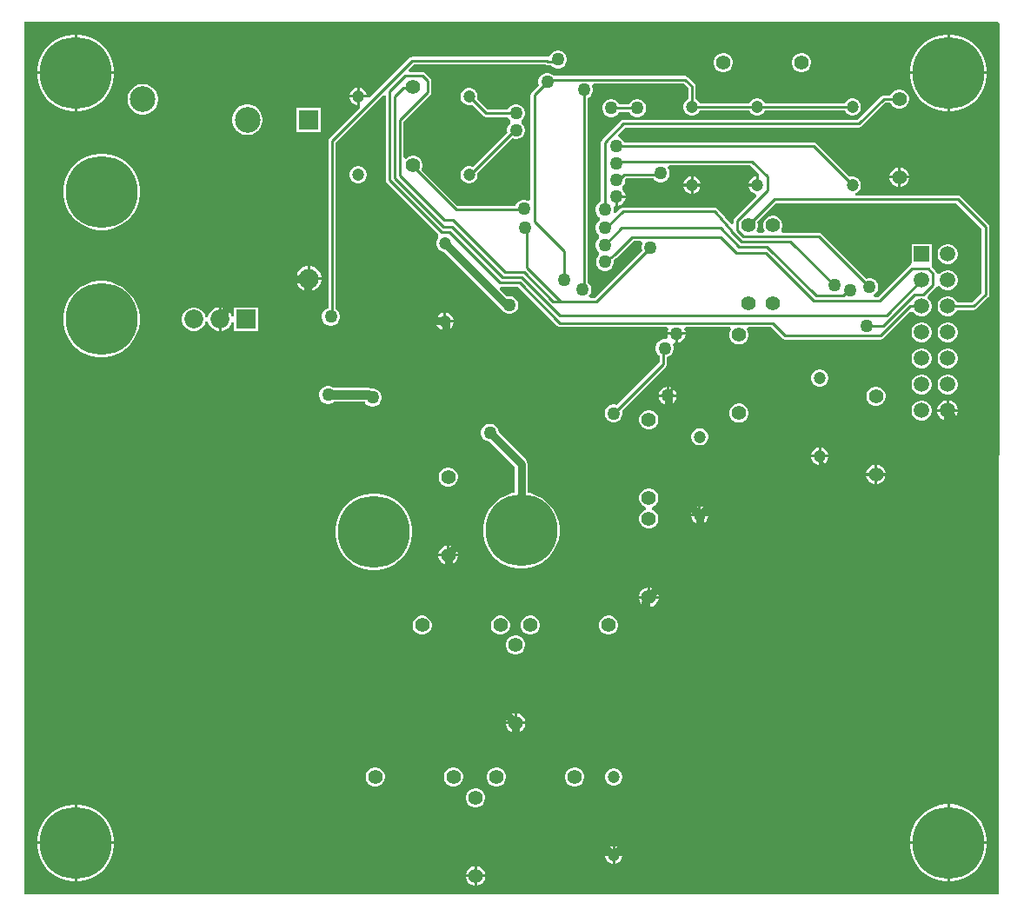
<source format=gbl>
G04*
G04 #@! TF.GenerationSoftware,Altium Limited,Altium Designer,25.3.3 (18)*
G04*
G04 Layer_Physical_Order=2*
G04 Layer_Color=16711680*
%FSLAX26Y26*%
%MOIN*%
G70*
G04*
G04 #@! TF.SameCoordinates,14895927-405C-4533-9FDA-7E114B43C09E*
G04*
G04*
G04 #@! TF.FilePolarity,Positive*
G04*
G01*
G75*
%ADD11C,0.010000*%
%ADD28R,0.072441X0.072441*%
%ADD29C,0.072441*%
%ADD46C,0.031000*%
%ADD47C,0.035000*%
%ADD50C,0.275591*%
%ADD51C,0.047244*%
%ADD52C,0.076378*%
%ADD53R,0.076378X0.076378*%
%ADD54C,0.055118*%
%ADD55C,0.059055*%
%ADD56R,0.059055X0.059055*%
%ADD57C,0.098425*%
%ADD58C,0.050000*%
G36*
X3740147Y3339380D02*
X3735001Y0D01*
X0D01*
Y3346457D01*
X3733081D01*
X3740147Y3339380D01*
D02*
G37*
%LPC*%
G36*
X2050926Y3235634D02*
X2041973D01*
X2033326Y3233317D01*
X2025573Y3228841D01*
X2019243Y3222510D01*
X2016720Y3218141D01*
X2009183Y3211150D01*
X2003720Y3212237D01*
X2003720Y3212237D01*
X1487963D01*
X1487962Y3212237D01*
X1482500Y3211150D01*
X1477869Y3208056D01*
X1323225Y3053412D01*
X1319707Y3054204D01*
X1318414Y3055000D01*
X1285000D01*
Y3021586D01*
X1285796Y3020293D01*
X1286588Y3016775D01*
X1169907Y2900093D01*
X1166812Y2895463D01*
X1165726Y2890000D01*
X1165726Y2889999D01*
Y2247714D01*
X1161877Y2246683D01*
X1154123Y2242207D01*
X1147793Y2235876D01*
X1143317Y2228124D01*
X1141000Y2219476D01*
Y2210524D01*
X1143317Y2201876D01*
X1147793Y2194124D01*
X1154123Y2187793D01*
X1161877Y2183317D01*
X1170524Y2181000D01*
X1179476D01*
X1188123Y2183317D01*
X1195877Y2187793D01*
X1202207Y2194124D01*
X1206683Y2201876D01*
X1209000Y2210524D01*
Y2219476D01*
X1206683Y2228124D01*
X1202207Y2235876D01*
X1195877Y2242207D01*
X1194274Y2243132D01*
Y2884087D01*
X1376487Y3066300D01*
X1385726Y3062473D01*
Y2738131D01*
X1385726Y2738130D01*
X1386812Y2732668D01*
X1389907Y2728037D01*
X1586611Y2531332D01*
X1586993Y2530726D01*
X1587800Y2521287D01*
X1587157Y2518402D01*
X1586988Y2518123D01*
X1585787Y2516923D01*
X1581492Y2509484D01*
X1579269Y2501187D01*
Y2492597D01*
X1581492Y2484301D01*
X1585787Y2476862D01*
X1591861Y2470788D01*
X1599300Y2466493D01*
X1607597Y2464270D01*
X1609186D01*
X1827485Y2245972D01*
X1829690Y2244498D01*
X1832793Y2239124D01*
X1839123Y2232793D01*
X1846877Y2228317D01*
X1855524Y2226000D01*
X1864476D01*
X1873123Y2228317D01*
X1880877Y2232793D01*
X1887207Y2239124D01*
X1891683Y2246876D01*
X1894000Y2255524D01*
Y2264476D01*
X1891683Y2273124D01*
X1887207Y2280876D01*
X1880877Y2287207D01*
X1873123Y2291683D01*
X1864476Y2294000D01*
X1855524D01*
X1851255Y2292856D01*
X1823106Y2321005D01*
X1823470Y2323343D01*
X1827527Y2330726D01*
X1892719D01*
X2043538Y2179907D01*
X2043538Y2179907D01*
X2048169Y2176812D01*
X2053632Y2175726D01*
X2053632Y2175726D01*
X2462891Y2175726D01*
X2468665Y2165726D01*
X2467385Y2163510D01*
X2465105Y2155000D01*
X2534895D01*
X2532615Y2163510D01*
X2531335Y2165726D01*
X2537109Y2175726D01*
X2704881Y2175726D01*
X2707714Y2171726D01*
X2709751Y2165726D01*
X2705932Y2159111D01*
X2703441Y2149813D01*
Y2140187D01*
X2705932Y2130889D01*
X2710745Y2122552D01*
X2717552Y2115745D01*
X2725889Y2110932D01*
X2735187Y2108441D01*
X2744813D01*
X2754111Y2110932D01*
X2762448Y2115745D01*
X2769255Y2122552D01*
X2774068Y2130889D01*
X2776559Y2140187D01*
Y2149813D01*
X2774068Y2159111D01*
X2770249Y2165726D01*
X2772285Y2171726D01*
X2775119Y2175726D01*
X2862914D01*
X2906733Y2131907D01*
X2906733Y2131907D01*
X2911364Y2128812D01*
X2916826Y2127726D01*
X2916827Y2127726D01*
X3283568D01*
X3283568Y2127726D01*
X3289031Y2128812D01*
X3293662Y2131907D01*
X3395967Y2234212D01*
X3408464Y2232567D01*
X3409170Y2231343D01*
X3416343Y2224170D01*
X3425129Y2219098D01*
X3434928Y2216472D01*
X3445072D01*
X3454871Y2219098D01*
X3463657Y2224170D01*
X3470830Y2231343D01*
X3475902Y2240129D01*
X3478528Y2249928D01*
Y2260072D01*
X3475902Y2269871D01*
X3470830Y2278657D01*
X3465239Y2284248D01*
X3463657Y2285830D01*
X3464848Y2296689D01*
X3494621Y2326462D01*
X3494621Y2326463D01*
X3497715Y2331094D01*
X3497729Y2331161D01*
X3508271Y2332901D01*
X3509170Y2331343D01*
X3516343Y2324170D01*
X3525129Y2319098D01*
X3534928Y2316472D01*
X3545072D01*
X3554871Y2319098D01*
X3563657Y2324170D01*
X3570830Y2331343D01*
X3575902Y2340129D01*
X3578528Y2349928D01*
Y2360072D01*
X3575902Y2369871D01*
X3570830Y2378657D01*
X3563657Y2385830D01*
X3554871Y2390902D01*
X3545072Y2393528D01*
X3534928D01*
X3525129Y2390902D01*
X3516343Y2385830D01*
X3509170Y2378657D01*
X3508802Y2378019D01*
X3499165Y2380383D01*
X3498769Y2380640D01*
X3497715Y2385935D01*
X3494621Y2390566D01*
X3494621Y2390566D01*
X3478660Y2406527D01*
X3478528Y2416472D01*
X3478528Y2419669D01*
Y2493528D01*
X3401472D01*
Y2422218D01*
X3400238Y2417347D01*
X3398218Y2413429D01*
X3394434Y2409621D01*
X3394347Y2409534D01*
X3274087Y2289274D01*
X3259530D01*
X3256851Y2299274D01*
X3261634Y2302036D01*
X3267964Y2308366D01*
X3272440Y2316119D01*
X3274757Y2324766D01*
Y2333719D01*
X3272440Y2342366D01*
X3267964Y2350119D01*
X3261634Y2356449D01*
X3253881Y2360926D01*
X3245233Y2363243D01*
X3236281D01*
X3228917Y2361269D01*
X3057653Y2532534D01*
X3053021Y2535629D01*
X3047559Y2536715D01*
X3047559Y2536715D01*
X2906824D01*
X2901658Y2546715D01*
X2904068Y2550889D01*
X2906559Y2560187D01*
Y2569813D01*
X2904068Y2579111D01*
X2899255Y2587448D01*
X2892448Y2594255D01*
X2884111Y2599068D01*
X2874813Y2601559D01*
X2865187D01*
X2855889Y2599068D01*
X2847552Y2594255D01*
X2840745Y2587448D01*
X2835932Y2579111D01*
X2833441Y2569813D01*
Y2560187D01*
X2835932Y2550889D01*
X2838342Y2546715D01*
X2833176Y2536715D01*
X2811824D01*
X2806658Y2546715D01*
X2809068Y2550889D01*
X2811559Y2560187D01*
Y2569813D01*
X2809116Y2578929D01*
X2880913Y2650726D01*
X3574087D01*
X3670726Y2554087D01*
Y2305913D01*
X3634087Y2269274D01*
X3576062D01*
X3575902Y2269871D01*
X3570830Y2278657D01*
X3563657Y2285830D01*
X3554871Y2290902D01*
X3545072Y2293528D01*
X3534928D01*
X3525129Y2290902D01*
X3516343Y2285830D01*
X3509170Y2278657D01*
X3504098Y2269871D01*
X3501472Y2260072D01*
Y2249928D01*
X3504098Y2240129D01*
X3509170Y2231343D01*
X3516343Y2224170D01*
X3525129Y2219098D01*
X3534928Y2216472D01*
X3545072D01*
X3554871Y2219098D01*
X3563657Y2224170D01*
X3570830Y2231343D01*
X3575902Y2240129D01*
X3576062Y2240726D01*
X3639999D01*
X3640000Y2240726D01*
X3645463Y2241812D01*
X3650093Y2244907D01*
X3695093Y2289906D01*
X3695093Y2289907D01*
X3698188Y2294537D01*
X3699274Y2300000D01*
X3699274Y2300001D01*
Y2560000D01*
X3698188Y2565463D01*
X3695093Y2570093D01*
X3695093Y2570094D01*
X3590093Y2675093D01*
X3585463Y2678188D01*
X3580000Y2679274D01*
X3579999Y2679274D01*
X3187689D01*
X3186372Y2689274D01*
X3187592Y2689601D01*
X3195030Y2693896D01*
X3201104Y2699970D01*
X3205399Y2707408D01*
X3207622Y2715705D01*
Y2724295D01*
X3205399Y2732592D01*
X3201104Y2740030D01*
X3195030Y2746104D01*
X3187592Y2750399D01*
X3179295Y2752622D01*
X3170705D01*
X3164285Y2750902D01*
X3035093Y2880093D01*
X3030463Y2883188D01*
X3025000Y2884274D01*
X3024999Y2884274D01*
X2301019D01*
X2297207Y2890876D01*
X2290876Y2897207D01*
X2283124Y2901683D01*
X2278764Y2902851D01*
X2275182Y2913411D01*
X2302721Y2940951D01*
X3200225D01*
X3200225Y2940951D01*
X3205688Y2942037D01*
X3210319Y2945132D01*
X3300913Y3035726D01*
X3321026D01*
X3325745Y3027552D01*
X3332552Y3020745D01*
X3340889Y3015932D01*
X3350187Y3013441D01*
X3359813D01*
X3369111Y3015932D01*
X3377448Y3020745D01*
X3384255Y3027552D01*
X3389068Y3035889D01*
X3391559Y3045187D01*
Y3054813D01*
X3389068Y3064111D01*
X3384255Y3072448D01*
X3377448Y3079255D01*
X3369111Y3084068D01*
X3359813Y3086559D01*
X3350187D01*
X3340889Y3084068D01*
X3332552Y3079255D01*
X3325745Y3072448D01*
X3321026Y3064274D01*
X3295000D01*
X3289537Y3063188D01*
X3284907Y3060093D01*
X3284906Y3060093D01*
X3194312Y2969499D01*
X2296809D01*
X2296808Y2969499D01*
X2291346Y2968413D01*
X2286715Y2965319D01*
X2286715Y2965318D01*
X2214907Y2893510D01*
X2211812Y2888879D01*
X2210726Y2883417D01*
X2210726Y2883416D01*
Y2656019D01*
X2204124Y2652207D01*
X2197793Y2645876D01*
X2193317Y2638124D01*
X2191000Y2629476D01*
Y2620524D01*
X2193317Y2611876D01*
X2197793Y2604124D01*
X2204124Y2597793D01*
X2208090Y2595503D01*
Y2584497D01*
X2204124Y2582207D01*
X2197793Y2575876D01*
X2193317Y2568124D01*
X2191000Y2559476D01*
Y2550524D01*
X2193317Y2541876D01*
X2197793Y2534124D01*
X2203515Y2528402D01*
X2204124Y2527081D01*
Y2517919D01*
X2203515Y2516598D01*
X2197793Y2510876D01*
X2193317Y2503124D01*
X2191000Y2494476D01*
Y2485524D01*
X2193317Y2476876D01*
X2197793Y2469124D01*
X2203697Y2463220D01*
X2204138Y2462595D01*
X2204496Y2457570D01*
X2203897Y2451377D01*
X2198538Y2446019D01*
X2194062Y2438266D01*
X2191745Y2429618D01*
Y2420666D01*
X2194062Y2412019D01*
X2198538Y2404266D01*
X2204869Y2397935D01*
X2212622Y2393459D01*
X2221269Y2391142D01*
X2230221D01*
X2238869Y2393459D01*
X2246622Y2397935D01*
X2252952Y2404266D01*
X2257428Y2412019D01*
X2259745Y2420666D01*
Y2429618D01*
X2259071Y2432134D01*
X2270810Y2440862D01*
X2271513Y2441640D01*
X2272386Y2442223D01*
X2335888Y2505726D01*
X2364453D01*
X2370227Y2495726D01*
X2368724Y2493124D01*
X2366407Y2484476D01*
Y2475524D01*
X2368381Y2468160D01*
X2186680Y2286459D01*
X2168685D01*
X2164543Y2296459D01*
X2167207Y2299124D01*
X2171683Y2306876D01*
X2174000Y2315524D01*
Y2324476D01*
X2171683Y2333124D01*
X2167207Y2340876D01*
X2160876Y2347207D01*
X2160130Y2347638D01*
Y3053903D01*
X2166732Y3057715D01*
X2173062Y3064045D01*
X2177538Y3071798D01*
X2179855Y3080445D01*
Y3089398D01*
X2177538Y3098045D01*
X2176613Y3099647D01*
X2182387Y3109647D01*
X2528479D01*
X2545726Y3092400D01*
Y3049427D01*
X2539970Y3046104D01*
X2533896Y3040030D01*
X2529601Y3032592D01*
X2527378Y3024295D01*
Y3015705D01*
X2529601Y3007408D01*
X2533896Y2999970D01*
X2539970Y2993896D01*
X2547408Y2989601D01*
X2555705Y2987378D01*
X2564295D01*
X2572592Y2989601D01*
X2580030Y2993896D01*
X2586104Y2999970D01*
X2589427Y3005726D01*
X2780573D01*
X2783896Y2999970D01*
X2789970Y2993896D01*
X2797408Y2989601D01*
X2805705Y2987378D01*
X2814295D01*
X2822592Y2989601D01*
X2830030Y2993896D01*
X2836104Y2999970D01*
X2839427Y3005726D01*
X3145573D01*
X3148896Y2999970D01*
X3154970Y2993896D01*
X3162408Y2989601D01*
X3170705Y2987378D01*
X3179295D01*
X3187592Y2989601D01*
X3195030Y2993896D01*
X3201104Y2999970D01*
X3205399Y3007408D01*
X3207622Y3015705D01*
Y3024295D01*
X3205399Y3032592D01*
X3201104Y3040030D01*
X3195030Y3046104D01*
X3187592Y3050399D01*
X3179295Y3052622D01*
X3170705D01*
X3162408Y3050399D01*
X3154970Y3046104D01*
X3148896Y3040030D01*
X3145573Y3034274D01*
X2839427D01*
X2836104Y3040030D01*
X2830030Y3046104D01*
X2822592Y3050399D01*
X2814295Y3052622D01*
X2805705D01*
X2797408Y3050399D01*
X2789970Y3046104D01*
X2783896Y3040030D01*
X2780573Y3034274D01*
X2589427D01*
X2586104Y3040030D01*
X2580030Y3046104D01*
X2574274Y3049427D01*
Y3098312D01*
X2574274Y3098313D01*
X2573188Y3103775D01*
X2570093Y3108406D01*
X2570093Y3108407D01*
X2544485Y3134015D01*
X2539854Y3137109D01*
X2534392Y3138196D01*
X2534391Y3138196D01*
X2030858D01*
X2030858Y3138196D01*
X2030049Y3138035D01*
X2025877Y3142207D01*
X2018123Y3146683D01*
X2009476Y3149000D01*
X2000524D01*
X1991877Y3146683D01*
X1984123Y3142207D01*
X1977793Y3135876D01*
X1973317Y3128124D01*
X1971000Y3119476D01*
Y3110524D01*
X1972973Y3103160D01*
X1944907Y3075093D01*
X1941812Y3070463D01*
X1940726Y3065000D01*
X1940726Y3064999D01*
Y2663954D01*
X1930726Y2658181D01*
X1928123Y2659683D01*
X1919476Y2662000D01*
X1910524D01*
X1901877Y2659683D01*
X1894123Y2655207D01*
X1887793Y2648876D01*
X1883317Y2641124D01*
X1882822Y2639274D01*
X1660913D01*
X1522389Y2777798D01*
X1524658Y2781727D01*
X1527150Y2791026D01*
Y2800652D01*
X1524658Y2809950D01*
X1519845Y2818286D01*
X1513039Y2825093D01*
X1504702Y2829906D01*
X1495404Y2832398D01*
X1485778D01*
X1476479Y2829906D01*
X1468143Y2825093D01*
X1464274Y2821224D01*
X1454274Y2825367D01*
Y2964087D01*
X1555093Y3064906D01*
X1555093Y3064907D01*
X1558188Y3069537D01*
X1559274Y3075000D01*
Y3119999D01*
X1559274Y3120000D01*
X1558188Y3125463D01*
X1555093Y3130093D01*
X1555093Y3130094D01*
X1535093Y3150093D01*
X1530463Y3153188D01*
X1525000Y3154274D01*
X1524999Y3154274D01*
X1477527D01*
X1473700Y3163513D01*
X1493875Y3183688D01*
X1997906D01*
X2002240Y3180793D01*
X2007703Y3179706D01*
X2007703Y3179706D01*
X2020294D01*
X2025573Y3174427D01*
X2033326Y3169951D01*
X2041973Y3167634D01*
X2050926D01*
X2059573Y3169951D01*
X2067326Y3174427D01*
X2073656Y3180757D01*
X2078132Y3188510D01*
X2080449Y3197158D01*
Y3206110D01*
X2078132Y3214757D01*
X2073656Y3222510D01*
X2067326Y3228841D01*
X2059573Y3233317D01*
X2050926Y3235634D01*
D02*
G37*
G36*
X3554939Y3297842D02*
X3548307D01*
Y3155047D01*
X3691102D01*
Y3161679D01*
X3687463Y3184656D01*
X3680274Y3206781D01*
X3669713Y3227508D01*
X3656039Y3246329D01*
X3639589Y3262779D01*
X3620769Y3276453D01*
X3600041Y3287014D01*
X3577916Y3294203D01*
X3554939Y3297842D01*
D02*
G37*
G36*
X3538307D02*
X3531675D01*
X3508698Y3294203D01*
X3486573Y3287014D01*
X3465845Y3276453D01*
X3447025Y3262779D01*
X3430575Y3246329D01*
X3416901Y3227508D01*
X3406340Y3206781D01*
X3399151Y3184656D01*
X3395512Y3161679D01*
Y3155047D01*
X3538307D01*
Y3297842D01*
D02*
G37*
G36*
X208482D02*
X201850D01*
Y3155047D01*
X344646D01*
Y3161679D01*
X341007Y3184656D01*
X333818Y3206781D01*
X323256Y3227508D01*
X309582Y3246329D01*
X293133Y3262779D01*
X274312Y3276453D01*
X253584Y3287014D01*
X231459Y3294203D01*
X208482Y3297842D01*
D02*
G37*
G36*
X191850D02*
X185219D01*
X162242Y3294203D01*
X140117Y3287014D01*
X119389Y3276453D01*
X100568Y3262779D01*
X84118Y3246329D01*
X70445Y3227508D01*
X59883Y3206781D01*
X52694Y3184656D01*
X49055Y3161679D01*
Y3155047D01*
X191850D01*
Y3297842D01*
D02*
G37*
G36*
X2984813Y3226559D02*
X2975187D01*
X2965889Y3224068D01*
X2957552Y3219255D01*
X2950745Y3212448D01*
X2945932Y3204111D01*
X2943441Y3194813D01*
Y3185187D01*
X2945932Y3175889D01*
X2950745Y3167552D01*
X2957552Y3160745D01*
X2965889Y3155932D01*
X2975187Y3153441D01*
X2984813D01*
X2994111Y3155932D01*
X3002448Y3160745D01*
X3009255Y3167552D01*
X3014068Y3175889D01*
X3016559Y3185187D01*
Y3194813D01*
X3014068Y3204111D01*
X3009255Y3212448D01*
X3002448Y3219255D01*
X2994111Y3224068D01*
X2984813Y3226559D01*
D02*
G37*
G36*
X2684813D02*
X2675187D01*
X2665889Y3224068D01*
X2657552Y3219255D01*
X2650745Y3212448D01*
X2645932Y3204111D01*
X2643441Y3194813D01*
Y3185187D01*
X2645932Y3175889D01*
X2650745Y3167552D01*
X2657552Y3160745D01*
X2665889Y3155932D01*
X2675187Y3153441D01*
X2684813D01*
X2694111Y3155932D01*
X2702448Y3160745D01*
X2709255Y3167552D01*
X2714068Y3175889D01*
X2716559Y3185187D01*
Y3194813D01*
X2714068Y3204111D01*
X2709255Y3212448D01*
X2702448Y3219255D01*
X2694111Y3224068D01*
X2684813Y3226559D01*
D02*
G37*
G36*
X1285000Y3093468D02*
Y3065000D01*
X1313468D01*
X1311331Y3072978D01*
X1306904Y3080644D01*
X1300644Y3086904D01*
X1292978Y3091331D01*
X1285000Y3093468D01*
D02*
G37*
G36*
X1275000D02*
X1267022Y3091331D01*
X1259356Y3086904D01*
X1253096Y3080644D01*
X1248669Y3072978D01*
X1246532Y3065000D01*
X1275000D01*
Y3093468D01*
D02*
G37*
G36*
X2354476Y3049000D02*
X2345524D01*
X2336876Y3046683D01*
X2329124Y3042207D01*
X2322793Y3035876D01*
X2318981Y3029274D01*
X2281019D01*
X2277207Y3035876D01*
X2270876Y3042207D01*
X2263124Y3046683D01*
X2254476Y3049000D01*
X2245524D01*
X2236876Y3046683D01*
X2229124Y3042207D01*
X2222793Y3035876D01*
X2218317Y3028124D01*
X2216000Y3019476D01*
Y3010524D01*
X2218317Y3001876D01*
X2222793Y2994124D01*
X2229124Y2987793D01*
X2236876Y2983317D01*
X2245524Y2981000D01*
X2254476D01*
X2263124Y2983317D01*
X2270876Y2987793D01*
X2277207Y2994124D01*
X2281019Y3000726D01*
X2318981D01*
X2322793Y2994124D01*
X2329124Y2987793D01*
X2336876Y2983317D01*
X2345524Y2981000D01*
X2354476D01*
X2363124Y2983317D01*
X2370876Y2987793D01*
X2377207Y2994124D01*
X2381683Y3001876D01*
X2384000Y3010524D01*
Y3019476D01*
X2381683Y3028124D01*
X2377207Y3035876D01*
X2370876Y3042207D01*
X2363124Y3046683D01*
X2354476Y3049000D01*
D02*
G37*
G36*
X1275000Y3055000D02*
X1246532D01*
X1248669Y3047022D01*
X1253096Y3039356D01*
X1259356Y3033096D01*
X1267022Y3028669D01*
X1275000Y3026532D01*
Y3055000D01*
D02*
G37*
G36*
X3691102Y3145047D02*
X3548307D01*
Y3002252D01*
X3554939D01*
X3577916Y3005891D01*
X3600041Y3013080D01*
X3620769Y3023641D01*
X3639589Y3037315D01*
X3656039Y3053765D01*
X3669713Y3072585D01*
X3680274Y3093313D01*
X3687463Y3115438D01*
X3691102Y3138415D01*
Y3145047D01*
D02*
G37*
G36*
X3538307D02*
X3395512D01*
Y3138415D01*
X3399151Y3115438D01*
X3406340Y3093313D01*
X3416901Y3072585D01*
X3430575Y3053765D01*
X3447025Y3037315D01*
X3465845Y3023641D01*
X3486573Y3013080D01*
X3508698Y3005891D01*
X3531675Y3002252D01*
X3538307D01*
Y3145047D01*
D02*
G37*
G36*
X344646D02*
X201850D01*
Y3002252D01*
X208482D01*
X231459Y3005891D01*
X253584Y3013080D01*
X274312Y3023641D01*
X293133Y3037315D01*
X309582Y3053765D01*
X323256Y3072585D01*
X333818Y3093313D01*
X341007Y3115438D01*
X344646Y3138415D01*
Y3145047D01*
D02*
G37*
G36*
X191850D02*
X49055D01*
Y3138415D01*
X52694Y3115438D01*
X59883Y3093313D01*
X70445Y3072585D01*
X84118Y3053765D01*
X100568Y3037315D01*
X119389Y3023641D01*
X140117Y3013080D01*
X162242Y3005891D01*
X185219Y3002252D01*
X191850D01*
Y3145047D01*
D02*
G37*
G36*
X459157Y3106953D02*
X447691D01*
X436444Y3104716D01*
X425850Y3100327D01*
X416316Y3093957D01*
X408207Y3085848D01*
X401837Y3076314D01*
X397448Y3065720D01*
X395211Y3054473D01*
Y3043007D01*
X397448Y3031760D01*
X401837Y3021166D01*
X408207Y3011632D01*
X416316Y3003523D01*
X425850Y2997153D01*
X436444Y2992764D01*
X447691Y2990527D01*
X459157D01*
X470404Y2992764D01*
X480998Y2997153D01*
X490532Y3003523D01*
X498641Y3011632D01*
X505011Y3021166D01*
X509400Y3031760D01*
X511637Y3043007D01*
Y3054473D01*
X509400Y3065720D01*
X505011Y3076314D01*
X498641Y3085848D01*
X490532Y3093957D01*
X480998Y3100327D01*
X470404Y3104716D01*
X459157Y3106953D01*
D02*
G37*
G36*
X1137189Y3015929D02*
X1042811D01*
Y2921551D01*
X1137189D01*
Y3015929D01*
D02*
G37*
G36*
X860733Y3028213D02*
X849267D01*
X838020Y3025976D01*
X827426Y3021587D01*
X817892Y3015217D01*
X809783Y3007108D01*
X803413Y2997574D01*
X799024Y2986980D01*
X796787Y2975733D01*
Y2964267D01*
X799024Y2953020D01*
X803413Y2942426D01*
X809783Y2932892D01*
X817892Y2924783D01*
X827426Y2918413D01*
X838020Y2914024D01*
X849267Y2911787D01*
X860733D01*
X871980Y2914024D01*
X882574Y2918413D01*
X892108Y2924783D01*
X900217Y2932892D01*
X906587Y2942426D01*
X910976Y2953020D01*
X913213Y2964267D01*
Y2975733D01*
X910976Y2986980D01*
X906587Y2997574D01*
X900217Y3007108D01*
X892108Y3015217D01*
X882574Y3021587D01*
X871980Y3025976D01*
X860733Y3028213D01*
D02*
G37*
G36*
X1709295Y3092622D02*
X1700705D01*
X1692408Y3090399D01*
X1684970Y3086104D01*
X1678896Y3080030D01*
X1674601Y3072592D01*
X1672378Y3064295D01*
Y3055705D01*
X1674601Y3047408D01*
X1678896Y3039970D01*
X1684970Y3033896D01*
X1692408Y3029601D01*
X1700705Y3027378D01*
X1709295D01*
X1715715Y3029098D01*
X1759906Y2984907D01*
X1759907Y2984907D01*
X1764537Y2981812D01*
X1770000Y2980726D01*
X1770001Y2980726D01*
X1853981D01*
X1857793Y2974124D01*
X1863514Y2968402D01*
X1864123Y2967081D01*
Y2957919D01*
X1863514Y2956598D01*
X1857793Y2950876D01*
X1853317Y2943124D01*
X1851000Y2934476D01*
Y2925524D01*
X1851917Y2922104D01*
X1719253Y2789440D01*
X1717592Y2790399D01*
X1709295Y2792622D01*
X1700705D01*
X1692408Y2790399D01*
X1684970Y2786104D01*
X1678896Y2780030D01*
X1674601Y2772592D01*
X1672378Y2764295D01*
Y2755705D01*
X1674601Y2747408D01*
X1678896Y2739970D01*
X1684970Y2733896D01*
X1692408Y2729601D01*
X1700705Y2727378D01*
X1709295D01*
X1717592Y2729601D01*
X1725030Y2733896D01*
X1731104Y2739970D01*
X1735399Y2747408D01*
X1737622Y2755705D01*
Y2764295D01*
X1736958Y2766771D01*
X1869738Y2899551D01*
X1871877Y2898317D01*
X1880524Y2896000D01*
X1889476D01*
X1898123Y2898317D01*
X1905877Y2902793D01*
X1912207Y2909124D01*
X1916683Y2916876D01*
X1919000Y2925524D01*
Y2934476D01*
X1916683Y2943124D01*
X1912207Y2950876D01*
X1906486Y2956598D01*
X1905877Y2957919D01*
Y2967081D01*
X1906486Y2968402D01*
X1912207Y2974124D01*
X1916683Y2981876D01*
X1919000Y2990524D01*
Y2999476D01*
X1916683Y3008124D01*
X1912207Y3015876D01*
X1905877Y3022207D01*
X1898123Y3026683D01*
X1889476Y3029000D01*
X1880524D01*
X1871877Y3026683D01*
X1864123Y3022207D01*
X1857793Y3015876D01*
X1853981Y3009274D01*
X1775913D01*
X1735902Y3049285D01*
X1737622Y3055705D01*
Y3064295D01*
X1735399Y3072592D01*
X1731104Y3080030D01*
X1725030Y3086104D01*
X1717592Y3090399D01*
X1709295Y3092622D01*
D02*
G37*
G36*
X3360000Y2787544D02*
Y2755000D01*
X3392544D01*
X3389999Y2764497D01*
X3385055Y2773062D01*
X3378062Y2780055D01*
X3369497Y2784999D01*
X3360000Y2787544D01*
D02*
G37*
G36*
X3350000D02*
X3340503Y2784999D01*
X3331938Y2780055D01*
X3324945Y2773062D01*
X3320001Y2764497D01*
X3317456Y2755000D01*
X3350000D01*
Y2787544D01*
D02*
G37*
G36*
X1284295Y2792622D02*
X1275705D01*
X1267408Y2790399D01*
X1259970Y2786104D01*
X1253896Y2780030D01*
X1249601Y2772592D01*
X1247378Y2764295D01*
Y2755705D01*
X1249601Y2747408D01*
X1253896Y2739970D01*
X1259970Y2733896D01*
X1267408Y2729601D01*
X1275705Y2727378D01*
X1284295D01*
X1292592Y2729601D01*
X1300030Y2733896D01*
X1306104Y2739970D01*
X1310399Y2747408D01*
X1312622Y2755705D01*
Y2764295D01*
X1310399Y2772592D01*
X1306104Y2780030D01*
X1300030Y2786104D01*
X1292592Y2790399D01*
X1284295Y2792622D01*
D02*
G37*
G36*
X3392544Y2745000D02*
X3360000D01*
Y2712456D01*
X3369497Y2715001D01*
X3378062Y2719945D01*
X3385055Y2726938D01*
X3389999Y2735503D01*
X3392544Y2745000D01*
D02*
G37*
G36*
X3350000D02*
X3317456D01*
X3320001Y2735503D01*
X3324945Y2726938D01*
X3331938Y2719945D01*
X3340503Y2715001D01*
X3350000Y2712456D01*
Y2745000D01*
D02*
G37*
G36*
X307922Y2840889D02*
X284816D01*
X261995Y2837274D01*
X240019Y2830134D01*
X219432Y2819644D01*
X200739Y2806063D01*
X184400Y2789724D01*
X170819Y2771031D01*
X160329Y2750443D01*
X153189Y2728468D01*
X149574Y2705647D01*
Y2682541D01*
X153189Y2659719D01*
X160329Y2637744D01*
X170819Y2617156D01*
X184400Y2598463D01*
X200739Y2582124D01*
X219432Y2568543D01*
X240019Y2558053D01*
X261995Y2550913D01*
X284816Y2547298D01*
X307922D01*
X330744Y2550913D01*
X352719Y2558053D01*
X373307Y2568543D01*
X392000Y2582124D01*
X408339Y2598463D01*
X421920Y2617156D01*
X432410Y2637744D01*
X439550Y2659719D01*
X443165Y2682541D01*
Y2705647D01*
X439550Y2728468D01*
X432410Y2750443D01*
X421920Y2771031D01*
X408339Y2789724D01*
X392000Y2806063D01*
X373307Y2819644D01*
X352719Y2830134D01*
X330744Y2837274D01*
X307922Y2840889D01*
D02*
G37*
G36*
X3545072Y2493528D02*
X3534928D01*
X3525129Y2490902D01*
X3516343Y2485830D01*
X3509170Y2478657D01*
X3504098Y2469871D01*
X3501472Y2460072D01*
Y2449928D01*
X3504098Y2440129D01*
X3509170Y2431343D01*
X3516343Y2424170D01*
X3525129Y2419098D01*
X3534928Y2416472D01*
X3545072D01*
X3554871Y2419098D01*
X3563657Y2424170D01*
X3570830Y2431343D01*
X3575902Y2440129D01*
X3578528Y2449928D01*
Y2460072D01*
X3575902Y2469871D01*
X3570830Y2478657D01*
X3563657Y2485830D01*
X3554871Y2490902D01*
X3545072Y2493528D01*
D02*
G37*
G36*
X1096344Y2409449D02*
X1095000D01*
Y2366260D01*
X1138189D01*
Y2367604D01*
X1134905Y2379860D01*
X1128561Y2390849D01*
X1119589Y2399821D01*
X1108600Y2406165D01*
X1096344Y2409449D01*
D02*
G37*
G36*
X1085000D02*
X1083656D01*
X1071400Y2406165D01*
X1060411Y2399821D01*
X1051439Y2390849D01*
X1045095Y2379860D01*
X1041811Y2367604D01*
Y2366260D01*
X1085000D01*
Y2409449D01*
D02*
G37*
G36*
X1138189Y2356260D02*
X1095000D01*
Y2313071D01*
X1096344D01*
X1108600Y2316355D01*
X1119589Y2322699D01*
X1128561Y2331671D01*
X1134905Y2342660D01*
X1138189Y2354916D01*
Y2356260D01*
D02*
G37*
G36*
X1085000D02*
X1041811D01*
Y2354916D01*
X1045095Y2342660D01*
X1051439Y2331671D01*
X1060411Y2322699D01*
X1071400Y2316355D01*
X1083656Y2313071D01*
X1085000D01*
Y2356260D01*
D02*
G37*
G36*
X745000Y2251220D02*
X743915D01*
X732160Y2248070D01*
X721620Y2241985D01*
X713014Y2233380D01*
X706929Y2222840D01*
X704659Y2214366D01*
X694306D01*
X692139Y2222454D01*
X686185Y2232766D01*
X677766Y2241185D01*
X667454Y2247139D01*
X655953Y2250220D01*
X644047D01*
X632546Y2247139D01*
X622234Y2241185D01*
X613815Y2232766D01*
X607861Y2222454D01*
X604780Y2210953D01*
Y2199047D01*
X607861Y2187546D01*
X613815Y2177234D01*
X622234Y2168815D01*
X632546Y2162861D01*
X644047Y2159780D01*
X655953D01*
X667454Y2162861D01*
X677766Y2168815D01*
X686185Y2177234D01*
X692139Y2187546D01*
X694306Y2195634D01*
X704659D01*
X706929Y2187160D01*
X713014Y2176620D01*
X721620Y2168015D01*
X732160Y2161930D01*
X743915Y2158780D01*
X745000D01*
Y2205000D01*
Y2251220D01*
D02*
G37*
G36*
X1616891Y2230361D02*
Y2201892D01*
X1645360D01*
X1643222Y2209870D01*
X1638796Y2217537D01*
X1632536Y2223797D01*
X1624869Y2228223D01*
X1616891Y2230361D01*
D02*
G37*
G36*
X1606891D02*
X1598914Y2228223D01*
X1591247Y2223797D01*
X1584987Y2217537D01*
X1580561Y2209870D01*
X1578423Y2201892D01*
X1606891D01*
Y2230361D01*
D02*
G37*
G36*
X1645360Y2191892D02*
X1616891D01*
Y2163424D01*
X1624869Y2165562D01*
X1632536Y2169988D01*
X1638796Y2176248D01*
X1643222Y2183915D01*
X1645360Y2191892D01*
D02*
G37*
G36*
X1606891D02*
X1578423D01*
X1580561Y2183915D01*
X1584987Y2176248D01*
X1591247Y2169988D01*
X1598914Y2165562D01*
X1606891Y2163424D01*
Y2191892D01*
D02*
G37*
G36*
X756085Y2251220D02*
X755000D01*
Y2205000D01*
Y2158780D01*
X756085D01*
X767840Y2161930D01*
X778380Y2168015D01*
X786986Y2176620D01*
X793071Y2187160D01*
X794780Y2193538D01*
X804780Y2192221D01*
Y2159780D01*
X895220D01*
Y2250220D01*
X804780D01*
Y2217779D01*
X794780Y2216462D01*
X793071Y2222840D01*
X786986Y2233380D01*
X778380Y2241985D01*
X767840Y2248070D01*
X756085Y2251220D01*
D02*
G37*
G36*
X2495000Y2145000D02*
X2465105D01*
X2467385Y2136490D01*
X2467561Y2136187D01*
X2460971Y2127599D01*
X2459476Y2128000D01*
X2450524D01*
X2441876Y2125683D01*
X2434124Y2121207D01*
X2427793Y2114876D01*
X2423317Y2107124D01*
X2421000Y2098476D01*
Y2089524D01*
X2423317Y2080876D01*
X2427793Y2073124D01*
X2434124Y2066793D01*
X2434985Y2066296D01*
Y2040106D01*
X2271344Y1876465D01*
X2263980Y1878438D01*
X2255028D01*
X2246381Y1876121D01*
X2238628Y1871644D01*
X2232297Y1865314D01*
X2227821Y1857561D01*
X2225504Y1848914D01*
Y1839961D01*
X2227821Y1831314D01*
X2232297Y1823561D01*
X2238628Y1817231D01*
X2246381Y1812755D01*
X2255028Y1810438D01*
X2263980D01*
X2272628Y1812755D01*
X2280381Y1817231D01*
X2286711Y1823561D01*
X2291187Y1831314D01*
X2293504Y1839961D01*
Y1848914D01*
X2291531Y1856277D01*
X2459353Y2024100D01*
X2459353Y2024100D01*
X2462448Y2028731D01*
X2463534Y2034193D01*
Y2061087D01*
X2468124Y2062317D01*
X2475876Y2066793D01*
X2482207Y2073124D01*
X2486683Y2080876D01*
X2489000Y2089524D01*
Y2098476D01*
X2486683Y2107123D01*
X2493370Y2115542D01*
X2495000Y2115105D01*
Y2145000D01*
D02*
G37*
G36*
X3545072Y2193528D02*
X3534928D01*
X3525129Y2190902D01*
X3516343Y2185830D01*
X3509170Y2178657D01*
X3504098Y2169871D01*
X3501472Y2160072D01*
Y2149928D01*
X3504098Y2140129D01*
X3509170Y2131343D01*
X3516343Y2124170D01*
X3525129Y2119098D01*
X3534928Y2116472D01*
X3545072D01*
X3554871Y2119098D01*
X3563657Y2124170D01*
X3570830Y2131343D01*
X3575902Y2140129D01*
X3578528Y2149928D01*
Y2160072D01*
X3575902Y2169871D01*
X3570830Y2178657D01*
X3563657Y2185830D01*
X3554871Y2190902D01*
X3545072Y2193528D01*
D02*
G37*
G36*
X3445072D02*
X3434928D01*
X3425129Y2190902D01*
X3416343Y2185830D01*
X3409170Y2178657D01*
X3404098Y2169871D01*
X3401472Y2160072D01*
Y2149928D01*
X3404098Y2140129D01*
X3409170Y2131343D01*
X3416343Y2124170D01*
X3425129Y2119098D01*
X3434928Y2116472D01*
X3445072D01*
X3454871Y2119098D01*
X3463657Y2124170D01*
X3470830Y2131343D01*
X3475902Y2140129D01*
X3478528Y2149928D01*
Y2160072D01*
X3475902Y2169871D01*
X3470830Y2178657D01*
X3463657Y2185830D01*
X3454871Y2190902D01*
X3445072Y2193528D01*
D02*
G37*
G36*
X2534895Y2145000D02*
X2505000D01*
Y2115105D01*
X2513510Y2117385D01*
X2521490Y2121993D01*
X2528007Y2128510D01*
X2532615Y2136490D01*
X2534895Y2145000D01*
D02*
G37*
G36*
X306553Y2351795D02*
X283447D01*
X260625Y2348181D01*
X238650Y2341041D01*
X218062Y2330551D01*
X199369Y2316969D01*
X183031Y2300631D01*
X169449Y2281938D01*
X158959Y2261350D01*
X151819Y2239375D01*
X148205Y2216553D01*
Y2193447D01*
X151819Y2170625D01*
X158959Y2148650D01*
X169449Y2128062D01*
X183031Y2109369D01*
X199369Y2093031D01*
X218062Y2079449D01*
X238650Y2068959D01*
X260625Y2061819D01*
X283447Y2058205D01*
X306553D01*
X329375Y2061819D01*
X351350Y2068959D01*
X371938Y2079449D01*
X390631Y2093031D01*
X406969Y2109369D01*
X420551Y2128062D01*
X431041Y2148650D01*
X438181Y2170625D01*
X441795Y2193447D01*
Y2216553D01*
X438181Y2239375D01*
X431041Y2261350D01*
X420551Y2281938D01*
X406969Y2300631D01*
X390631Y2316969D01*
X371938Y2330551D01*
X351350Y2341041D01*
X329375Y2348181D01*
X306553Y2351795D01*
D02*
G37*
G36*
X3545072Y2093528D02*
X3534928D01*
X3525129Y2090902D01*
X3516343Y2085830D01*
X3509170Y2078657D01*
X3504098Y2069871D01*
X3501472Y2060072D01*
Y2049928D01*
X3504098Y2040129D01*
X3509170Y2031343D01*
X3516343Y2024170D01*
X3525129Y2019098D01*
X3534928Y2016473D01*
X3545072D01*
X3554871Y2019098D01*
X3563657Y2024170D01*
X3570830Y2031343D01*
X3575902Y2040129D01*
X3578528Y2049928D01*
Y2060072D01*
X3575902Y2069871D01*
X3570830Y2078657D01*
X3563657Y2085830D01*
X3554871Y2090902D01*
X3545072Y2093528D01*
D02*
G37*
G36*
X3445072D02*
X3434928D01*
X3425129Y2090902D01*
X3416343Y2085830D01*
X3409170Y2078657D01*
X3404098Y2069871D01*
X3401472Y2060072D01*
Y2049928D01*
X3404098Y2040129D01*
X3409170Y2031343D01*
X3416343Y2024170D01*
X3425129Y2019098D01*
X3434928Y2016473D01*
X3445072D01*
X3454871Y2019098D01*
X3463657Y2024170D01*
X3470830Y2031343D01*
X3475902Y2040129D01*
X3478528Y2049928D01*
Y2060072D01*
X3475902Y2069871D01*
X3470830Y2078657D01*
X3463657Y2085830D01*
X3454871Y2090902D01*
X3445072Y2093528D01*
D02*
G37*
G36*
X3054295Y2012622D02*
X3045705D01*
X3037408Y2010399D01*
X3029970Y2006104D01*
X3023896Y2000030D01*
X3019601Y1992592D01*
X3017378Y1984295D01*
Y1975705D01*
X3019601Y1967408D01*
X3023896Y1959970D01*
X3029970Y1953896D01*
X3037408Y1949601D01*
X3045705Y1947378D01*
X3054295D01*
X3062592Y1949601D01*
X3070030Y1953896D01*
X3076104Y1959970D01*
X3080399Y1967408D01*
X3082622Y1975705D01*
Y1984295D01*
X3080399Y1992592D01*
X3076104Y2000030D01*
X3070030Y2006104D01*
X3062592Y2010399D01*
X3054295Y2012622D01*
D02*
G37*
G36*
X2471547Y1946880D02*
Y1916985D01*
X2501442D01*
X2499162Y1925494D01*
X2494554Y1933475D01*
X2488038Y1939992D01*
X2480057Y1944600D01*
X2471547Y1946880D01*
D02*
G37*
G36*
X2461547D02*
X2453038Y1944600D01*
X2445057Y1939992D01*
X2438540Y1933475D01*
X2433932Y1925494D01*
X2431652Y1916985D01*
X2461547D01*
Y1946880D01*
D02*
G37*
G36*
X3545072Y1993527D02*
X3534928D01*
X3525129Y1990902D01*
X3516343Y1985830D01*
X3509170Y1978657D01*
X3504098Y1969871D01*
X3501472Y1960072D01*
Y1949928D01*
X3504098Y1940129D01*
X3509170Y1931343D01*
X3516343Y1924170D01*
X3525129Y1919098D01*
X3534928Y1916473D01*
X3545072D01*
X3554871Y1919098D01*
X3563657Y1924170D01*
X3570830Y1931343D01*
X3575902Y1940129D01*
X3578528Y1949928D01*
Y1960072D01*
X3575902Y1969871D01*
X3570830Y1978657D01*
X3563657Y1985830D01*
X3554871Y1990902D01*
X3545072Y1993527D01*
D02*
G37*
G36*
X3445072D02*
X3434928D01*
X3425129Y1990902D01*
X3416343Y1985830D01*
X3409170Y1978657D01*
X3404098Y1969871D01*
X3401472Y1960072D01*
Y1949928D01*
X3404098Y1940129D01*
X3409170Y1931343D01*
X3416343Y1924170D01*
X3425129Y1919098D01*
X3434928Y1916473D01*
X3445072D01*
X3454871Y1919098D01*
X3463657Y1924170D01*
X3470830Y1931343D01*
X3475902Y1940129D01*
X3478528Y1949928D01*
Y1960072D01*
X3475902Y1969871D01*
X3470830Y1978657D01*
X3463657Y1985830D01*
X3454871Y1990902D01*
X3445072Y1993527D01*
D02*
G37*
G36*
X2501442Y1906985D02*
X2471547D01*
Y1877090D01*
X2480057Y1879370D01*
X2488038Y1883978D01*
X2494554Y1890494D01*
X2499162Y1898475D01*
X2501442Y1906985D01*
D02*
G37*
G36*
X2461547D02*
X2431652D01*
X2433932Y1898475D01*
X2438540Y1890494D01*
X2445057Y1883978D01*
X2453038Y1879370D01*
X2461547Y1877090D01*
Y1906985D01*
D02*
G37*
G36*
X3269813Y1946559D02*
X3260187D01*
X3250889Y1944068D01*
X3242552Y1939255D01*
X3235745Y1932448D01*
X3230932Y1924111D01*
X3228441Y1914813D01*
Y1905187D01*
X3230932Y1895889D01*
X3235745Y1887552D01*
X3242552Y1880745D01*
X3250889Y1875932D01*
X3260187Y1873441D01*
X3269813D01*
X3279111Y1875932D01*
X3287448Y1880745D01*
X3294255Y1887552D01*
X3299068Y1895889D01*
X3301559Y1905187D01*
Y1914813D01*
X3299068Y1924111D01*
X3294255Y1932448D01*
X3287448Y1939255D01*
X3279111Y1944068D01*
X3269813Y1946559D01*
D02*
G37*
G36*
X1169476Y1949000D02*
X1160524D01*
X1151877Y1946683D01*
X1144123Y1942207D01*
X1137793Y1935877D01*
X1133317Y1928123D01*
X1131000Y1919476D01*
Y1910524D01*
X1133317Y1901877D01*
X1137793Y1894123D01*
X1144123Y1887793D01*
X1151877Y1883317D01*
X1160524Y1881000D01*
X1169476D01*
X1178123Y1883317D01*
X1185877Y1887793D01*
X1186355Y1888271D01*
X1305399D01*
X1307793Y1884123D01*
X1314123Y1877793D01*
X1321877Y1873317D01*
X1330524Y1871000D01*
X1339476D01*
X1348123Y1873317D01*
X1355877Y1877793D01*
X1362207Y1884123D01*
X1366683Y1891877D01*
X1369000Y1900524D01*
Y1909476D01*
X1366683Y1918123D01*
X1362207Y1925877D01*
X1355877Y1932207D01*
X1348123Y1936683D01*
X1339476Y1939000D01*
X1332248D01*
X1327859Y1940818D01*
X1320941Y1941729D01*
X1186355D01*
X1185877Y1942207D01*
X1178123Y1946683D01*
X1169476Y1949000D01*
D02*
G37*
G36*
X3545204Y1894527D02*
X3545000D01*
Y1860000D01*
X3579528D01*
Y1860204D01*
X3576834Y1870257D01*
X3571630Y1879271D01*
X3564271Y1886630D01*
X3555257Y1891834D01*
X3545204Y1894527D01*
D02*
G37*
G36*
X3535000D02*
X3534796D01*
X3524743Y1891834D01*
X3515729Y1886630D01*
X3508370Y1879271D01*
X3503166Y1870257D01*
X3500472Y1860204D01*
Y1860000D01*
X3535000D01*
Y1894527D01*
D02*
G37*
G36*
X3445072Y1893527D02*
X3434928D01*
X3425129Y1890902D01*
X3416343Y1885830D01*
X3409170Y1878657D01*
X3404098Y1869871D01*
X3401472Y1860072D01*
Y1849928D01*
X3404098Y1840129D01*
X3409170Y1831343D01*
X3416343Y1824170D01*
X3425129Y1819098D01*
X3434928Y1816473D01*
X3445072D01*
X3454871Y1819098D01*
X3463657Y1824170D01*
X3470830Y1831343D01*
X3475902Y1840129D01*
X3478528Y1849928D01*
Y1860072D01*
X3475902Y1869871D01*
X3470830Y1878657D01*
X3463657Y1885830D01*
X3454871Y1890902D01*
X3445072Y1893527D01*
D02*
G37*
G36*
X3579528Y1850000D02*
X3545000D01*
Y1815473D01*
X3545204D01*
X3555257Y1818166D01*
X3564271Y1823370D01*
X3571630Y1830729D01*
X3576834Y1839743D01*
X3579528Y1849796D01*
Y1850000D01*
D02*
G37*
G36*
X3535000D02*
X3500472D01*
Y1849796D01*
X3503166Y1839743D01*
X3508370Y1830729D01*
X3515729Y1823370D01*
X3524743Y1818166D01*
X3534796Y1815473D01*
X3535000D01*
Y1850000D01*
D02*
G37*
G36*
X2744813Y1881559D02*
X2735187D01*
X2725889Y1879068D01*
X2717552Y1874255D01*
X2710745Y1867448D01*
X2705932Y1859111D01*
X2703441Y1849813D01*
Y1840187D01*
X2705932Y1830889D01*
X2710745Y1822552D01*
X2717552Y1815745D01*
X2725889Y1810932D01*
X2735187Y1808441D01*
X2744813D01*
X2754111Y1810932D01*
X2762448Y1815745D01*
X2769255Y1822552D01*
X2774068Y1830889D01*
X2776559Y1840187D01*
Y1849813D01*
X2774068Y1859111D01*
X2769255Y1867448D01*
X2762448Y1874255D01*
X2754111Y1879068D01*
X2744813Y1881559D01*
D02*
G37*
G36*
X2399317Y1855997D02*
X2389691D01*
X2380393Y1853505D01*
X2372056Y1848692D01*
X2365249Y1841885D01*
X2360436Y1833549D01*
X2357945Y1824251D01*
Y1814624D01*
X2360436Y1805326D01*
X2365249Y1796990D01*
X2372056Y1790183D01*
X2380393Y1785370D01*
X2389691Y1782879D01*
X2399317D01*
X2408615Y1785370D01*
X2416952Y1790183D01*
X2423758Y1796990D01*
X2428572Y1805326D01*
X2431063Y1814624D01*
Y1824251D01*
X2428572Y1833549D01*
X2423758Y1841885D01*
X2416952Y1848692D01*
X2408615Y1853505D01*
X2399317Y1855997D01*
D02*
G37*
G36*
X2593799Y1787060D02*
X2585209D01*
X2576912Y1784836D01*
X2569474Y1780542D01*
X2563400Y1774468D01*
X2559105Y1767029D01*
X2556882Y1758732D01*
Y1750143D01*
X2559105Y1741846D01*
X2563400Y1734407D01*
X2569474Y1728333D01*
X2576912Y1724039D01*
X2585209Y1721816D01*
X2593799D01*
X2602096Y1724039D01*
X2609534Y1728333D01*
X2615608Y1734407D01*
X2619903Y1741846D01*
X2622126Y1750143D01*
Y1758732D01*
X2619903Y1767029D01*
X2615608Y1774468D01*
X2609534Y1780542D01*
X2602096Y1784836D01*
X2593799Y1787060D01*
D02*
G37*
G36*
X3055000Y1713468D02*
Y1685000D01*
X3083468D01*
X3081331Y1692978D01*
X3076904Y1700644D01*
X3070644Y1706904D01*
X3062978Y1711331D01*
X3055000Y1713468D01*
D02*
G37*
G36*
X3045000D02*
X3037022Y1711331D01*
X3029356Y1706904D01*
X3023096Y1700644D01*
X3018669Y1692978D01*
X3016532Y1685000D01*
X3045000D01*
Y1713468D01*
D02*
G37*
G36*
X3083468Y1675000D02*
X3055000D01*
Y1646532D01*
X3062978Y1648669D01*
X3070644Y1653096D01*
X3076904Y1659356D01*
X3081331Y1667022D01*
X3083468Y1675000D01*
D02*
G37*
G36*
X3045000D02*
X3016532D01*
X3018669Y1667022D01*
X3023096Y1659356D01*
X3029356Y1653096D01*
X3037022Y1648669D01*
X3045000Y1646532D01*
Y1675000D01*
D02*
G37*
G36*
X3270000Y1647544D02*
Y1615000D01*
X3302544D01*
X3299999Y1624497D01*
X3295055Y1633062D01*
X3288062Y1640055D01*
X3279497Y1644999D01*
X3270000Y1647544D01*
D02*
G37*
G36*
X3260000D02*
X3250503Y1644999D01*
X3241938Y1640055D01*
X3234945Y1633062D01*
X3230001Y1624497D01*
X3227456Y1615000D01*
X3260000D01*
Y1647544D01*
D02*
G37*
G36*
X3302544Y1605000D02*
X3270000D01*
Y1572456D01*
X3279497Y1575001D01*
X3288062Y1579945D01*
X3295055Y1586938D01*
X3299999Y1595503D01*
X3302544Y1605000D01*
D02*
G37*
G36*
X3260000D02*
X3227456D01*
X3230001Y1595503D01*
X3234945Y1586938D01*
X3241938Y1579945D01*
X3250503Y1575001D01*
X3260000Y1572456D01*
Y1605000D01*
D02*
G37*
G36*
X1629813Y1636559D02*
X1620187D01*
X1610889Y1634068D01*
X1602552Y1629255D01*
X1595745Y1622448D01*
X1590932Y1614111D01*
X1588441Y1604813D01*
Y1595187D01*
X1590932Y1585889D01*
X1595745Y1577552D01*
X1602552Y1570745D01*
X1610889Y1565932D01*
X1620187Y1563441D01*
X1629813D01*
X1639111Y1565932D01*
X1647448Y1570745D01*
X1654255Y1577552D01*
X1659068Y1585889D01*
X1661559Y1595187D01*
Y1604813D01*
X1659068Y1614111D01*
X1654255Y1622448D01*
X1647448Y1629255D01*
X1639111Y1634068D01*
X1629813Y1636559D01*
D02*
G37*
G36*
X2594504Y1487906D02*
Y1459438D01*
X2622972D01*
X2620835Y1467415D01*
X2616408Y1475082D01*
X2610148Y1481342D01*
X2602482Y1485768D01*
X2594504Y1487906D01*
D02*
G37*
G36*
X2584504D02*
X2576526Y1485768D01*
X2568860Y1481342D01*
X2562600Y1475082D01*
X2558173Y1467415D01*
X2556036Y1459438D01*
X2584504D01*
Y1487906D01*
D02*
G37*
G36*
X2622972Y1449438D02*
X2594504D01*
Y1420969D01*
X2602482Y1423107D01*
X2610148Y1427533D01*
X2616408Y1433793D01*
X2620835Y1441460D01*
X2622972Y1449438D01*
D02*
G37*
G36*
X2584504D02*
X2556036D01*
X2558173Y1441460D01*
X2562600Y1433793D01*
X2568860Y1427533D01*
X2576526Y1423107D01*
X2584504Y1420969D01*
Y1449438D01*
D02*
G37*
G36*
X2399317Y1555997D02*
X2389691D01*
X2380393Y1553505D01*
X2372056Y1548692D01*
X2365249Y1541885D01*
X2360436Y1533549D01*
X2357945Y1524251D01*
Y1514624D01*
X2360436Y1505326D01*
X2365249Y1496990D01*
X2372056Y1490183D01*
X2380393Y1485370D01*
X2383214Y1484614D01*
Y1474261D01*
X2380393Y1473505D01*
X2372056Y1468692D01*
X2365249Y1461885D01*
X2360436Y1453549D01*
X2357945Y1444251D01*
Y1434624D01*
X2360436Y1425326D01*
X2365249Y1416990D01*
X2372056Y1410183D01*
X2380393Y1405370D01*
X2389691Y1402879D01*
X2399317D01*
X2408615Y1405370D01*
X2416952Y1410183D01*
X2423758Y1416990D01*
X2428572Y1425326D01*
X2431063Y1434624D01*
Y1444251D01*
X2428572Y1453549D01*
X2423758Y1461885D01*
X2416952Y1468692D01*
X2408615Y1473505D01*
X2405794Y1474261D01*
Y1484614D01*
X2408615Y1485370D01*
X2416952Y1490183D01*
X2423758Y1496990D01*
X2428572Y1505326D01*
X2431063Y1514624D01*
Y1524251D01*
X2428572Y1533549D01*
X2423758Y1541885D01*
X2416952Y1548692D01*
X2408615Y1553505D01*
X2399317Y1555997D01*
D02*
G37*
G36*
X1630000Y1337544D02*
Y1305000D01*
X1662544D01*
X1659999Y1314497D01*
X1655055Y1323062D01*
X1648062Y1330055D01*
X1639497Y1334999D01*
X1630000Y1337544D01*
D02*
G37*
G36*
X1620000D02*
X1610503Y1334999D01*
X1601938Y1330055D01*
X1594945Y1323062D01*
X1590001Y1314497D01*
X1587456Y1305000D01*
X1620000D01*
Y1337544D01*
D02*
G37*
G36*
X1662544Y1295000D02*
X1630000D01*
Y1262456D01*
X1639497Y1265001D01*
X1648062Y1269945D01*
X1655055Y1276938D01*
X1659999Y1285503D01*
X1662544Y1295000D01*
D02*
G37*
G36*
X1620000D02*
X1587456D01*
X1590001Y1285503D01*
X1594945Y1276938D01*
X1601938Y1269945D01*
X1610503Y1265001D01*
X1620000Y1262456D01*
Y1295000D01*
D02*
G37*
G36*
X1789476Y1804000D02*
X1780524D01*
X1771877Y1801683D01*
X1764123Y1797207D01*
X1757793Y1790877D01*
X1753317Y1783123D01*
X1751000Y1774476D01*
Y1765524D01*
X1753317Y1756877D01*
X1757793Y1749123D01*
X1764123Y1742793D01*
X1771877Y1738317D01*
X1780524Y1736000D01*
X1783673D01*
X1880020Y1639653D01*
Y1539669D01*
X1870625Y1538181D01*
X1848650Y1531041D01*
X1828062Y1520551D01*
X1809369Y1506969D01*
X1793031Y1490631D01*
X1779449Y1471938D01*
X1768959Y1451350D01*
X1761819Y1429375D01*
X1758205Y1406553D01*
Y1383447D01*
X1761819Y1360625D01*
X1768959Y1338650D01*
X1779449Y1318062D01*
X1793031Y1299369D01*
X1809369Y1283031D01*
X1828062Y1269449D01*
X1848650Y1258959D01*
X1870625Y1251819D01*
X1893447Y1248205D01*
X1916553D01*
X1939375Y1251819D01*
X1961350Y1258959D01*
X1981938Y1269449D01*
X2000631Y1283031D01*
X2016969Y1299369D01*
X2030551Y1318062D01*
X2041041Y1338650D01*
X2048181Y1360625D01*
X2051795Y1383447D01*
Y1406553D01*
X2048181Y1429375D01*
X2041041Y1451350D01*
X2030551Y1471938D01*
X2016969Y1490631D01*
X2000631Y1506969D01*
X1981938Y1520551D01*
X1961350Y1531041D01*
X1939375Y1538181D01*
X1929980Y1539669D01*
Y1650000D01*
X1928079Y1659560D01*
X1922664Y1667664D01*
X1819000Y1771327D01*
Y1774476D01*
X1816683Y1783123D01*
X1812207Y1790877D01*
X1805877Y1797207D01*
X1798123Y1801683D01*
X1789476Y1804000D01*
D02*
G37*
G36*
X1351553Y1536795D02*
X1328447D01*
X1305625Y1533181D01*
X1283650Y1526041D01*
X1263062Y1515551D01*
X1244369Y1501969D01*
X1228031Y1485631D01*
X1214449Y1466938D01*
X1203959Y1446350D01*
X1196819Y1424375D01*
X1193205Y1401553D01*
Y1378447D01*
X1196819Y1355625D01*
X1203959Y1333650D01*
X1214449Y1313062D01*
X1228031Y1294369D01*
X1244369Y1278031D01*
X1263062Y1264449D01*
X1283650Y1253959D01*
X1305625Y1246819D01*
X1328447Y1243205D01*
X1351553D01*
X1374375Y1246819D01*
X1396350Y1253959D01*
X1416938Y1264449D01*
X1435631Y1278031D01*
X1451969Y1294369D01*
X1465551Y1313062D01*
X1476041Y1333650D01*
X1483181Y1355625D01*
X1486795Y1378447D01*
Y1401553D01*
X1483181Y1424375D01*
X1476041Y1446350D01*
X1465551Y1466938D01*
X1451969Y1485631D01*
X1435631Y1501969D01*
X1416938Y1515551D01*
X1396350Y1526041D01*
X1374375Y1533181D01*
X1351553Y1536795D01*
D02*
G37*
G36*
X2399504Y1176982D02*
Y1144438D01*
X2432048D01*
X2429503Y1153935D01*
X2424559Y1162499D01*
X2417566Y1169492D01*
X2409001Y1174437D01*
X2399504Y1176982D01*
D02*
G37*
G36*
X2389504D02*
X2380007Y1174437D01*
X2371442Y1169492D01*
X2364449Y1162499D01*
X2359505Y1153935D01*
X2356960Y1144438D01*
X2389504D01*
Y1176982D01*
D02*
G37*
G36*
X2432048Y1134438D02*
X2399504D01*
Y1101893D01*
X2409001Y1104438D01*
X2417566Y1109383D01*
X2424559Y1116376D01*
X2429503Y1124940D01*
X2432048Y1134438D01*
D02*
G37*
G36*
X2389504D02*
X2356960D01*
X2359505Y1124940D01*
X2364449Y1116376D01*
X2371442Y1109383D01*
X2380007Y1104438D01*
X2389504Y1101893D01*
Y1134438D01*
D02*
G37*
G36*
X2244813Y1068614D02*
X2235187D01*
X2225889Y1066123D01*
X2217552Y1061310D01*
X2210745Y1054503D01*
X2205932Y1046166D01*
X2203441Y1036868D01*
Y1027242D01*
X2205932Y1017944D01*
X2210745Y1009607D01*
X2217552Y1002801D01*
X2225889Y997987D01*
X2235187Y995496D01*
X2244813D01*
X2254111Y997987D01*
X2262448Y1002801D01*
X2269255Y1009607D01*
X2274068Y1017944D01*
X2276559Y1027242D01*
Y1036868D01*
X2274068Y1046166D01*
X2269255Y1054503D01*
X2262448Y1061310D01*
X2254111Y1066123D01*
X2244813Y1068614D01*
D02*
G37*
G36*
X1944813D02*
X1935187D01*
X1925889Y1066123D01*
X1917552Y1061310D01*
X1910745Y1054503D01*
X1905932Y1046166D01*
X1903441Y1036868D01*
Y1027242D01*
X1905932Y1017944D01*
X1910745Y1009607D01*
X1917552Y1002801D01*
X1925889Y997987D01*
X1935187Y995496D01*
X1944813D01*
X1954111Y997987D01*
X1962448Y1002801D01*
X1969255Y1009607D01*
X1974068Y1017944D01*
X1976559Y1027242D01*
Y1036868D01*
X1974068Y1046166D01*
X1969255Y1054503D01*
X1962448Y1061310D01*
X1954111Y1066123D01*
X1944813Y1068614D01*
D02*
G37*
G36*
X1829813D02*
X1820187D01*
X1810889Y1066123D01*
X1802552Y1061310D01*
X1795745Y1054503D01*
X1790932Y1046166D01*
X1788441Y1036868D01*
Y1027242D01*
X1790932Y1017944D01*
X1795745Y1009607D01*
X1802552Y1002801D01*
X1810889Y997987D01*
X1820187Y995496D01*
X1829813D01*
X1839111Y997987D01*
X1847448Y1002801D01*
X1854255Y1009607D01*
X1859068Y1017944D01*
X1861559Y1027242D01*
Y1036868D01*
X1859068Y1046166D01*
X1854255Y1054503D01*
X1847448Y1061310D01*
X1839111Y1066123D01*
X1829813Y1068614D01*
D02*
G37*
G36*
X1529813D02*
X1520187D01*
X1510889Y1066123D01*
X1502552Y1061310D01*
X1495745Y1054503D01*
X1490932Y1046166D01*
X1488441Y1036868D01*
Y1027242D01*
X1490932Y1017944D01*
X1495745Y1009607D01*
X1502552Y1002801D01*
X1510889Y997987D01*
X1520187Y995496D01*
X1529813D01*
X1539111Y997987D01*
X1547448Y1002801D01*
X1554255Y1009607D01*
X1559068Y1017944D01*
X1561559Y1027242D01*
Y1036868D01*
X1559068Y1046166D01*
X1554255Y1054503D01*
X1547448Y1061310D01*
X1539111Y1066123D01*
X1529813Y1068614D01*
D02*
G37*
G36*
X1888632Y993118D02*
X1879006D01*
X1869708Y990627D01*
X1861371Y985813D01*
X1854565Y979007D01*
X1849752Y970670D01*
X1847260Y961372D01*
Y951746D01*
X1849752Y942448D01*
X1854565Y934111D01*
X1861371Y927304D01*
X1869708Y922491D01*
X1879006Y920000D01*
X1888632D01*
X1897930Y922491D01*
X1906267Y927304D01*
X1913074Y934111D01*
X1917887Y942448D01*
X1920378Y951746D01*
Y961372D01*
X1917887Y970670D01*
X1913074Y979007D01*
X1906267Y985813D01*
X1897930Y990627D01*
X1888632Y993118D01*
D02*
G37*
G36*
X1888819Y694103D02*
Y661559D01*
X1921363D01*
X1918819Y671056D01*
X1913874Y679621D01*
X1906881Y686614D01*
X1898316Y691558D01*
X1888819Y694103D01*
D02*
G37*
G36*
X1878819D02*
X1869322Y691558D01*
X1860757Y686614D01*
X1853764Y679621D01*
X1848820Y671056D01*
X1846275Y661559D01*
X1878819D01*
Y694103D01*
D02*
G37*
G36*
X1921363Y651559D02*
X1888819D01*
Y619015D01*
X1898316Y621560D01*
X1906881Y626504D01*
X1913874Y633497D01*
X1918819Y642062D01*
X1921363Y651559D01*
D02*
G37*
G36*
X1878819D02*
X1846275D01*
X1848820Y642062D01*
X1853764Y633497D01*
X1860757Y626504D01*
X1869322Y621560D01*
X1878819Y619015D01*
Y651559D01*
D02*
G37*
G36*
X2264295Y482622D02*
X2255705D01*
X2247408Y480399D01*
X2239970Y476104D01*
X2233896Y470030D01*
X2229601Y462592D01*
X2227378Y454295D01*
Y445705D01*
X2229601Y437408D01*
X2233896Y429970D01*
X2239970Y423896D01*
X2247408Y419601D01*
X2255705Y417378D01*
X2264295D01*
X2272592Y419601D01*
X2280030Y423896D01*
X2286104Y429970D01*
X2290399Y437408D01*
X2292622Y445705D01*
Y454295D01*
X2290399Y462592D01*
X2286104Y470030D01*
X2280030Y476104D01*
X2272592Y480399D01*
X2264295Y482622D01*
D02*
G37*
G36*
X2114813Y486559D02*
X2105187D01*
X2095889Y484068D01*
X2087552Y479255D01*
X2080745Y472448D01*
X2075932Y464111D01*
X2073441Y454813D01*
Y445187D01*
X2075932Y435889D01*
X2080745Y427552D01*
X2087552Y420745D01*
X2095889Y415932D01*
X2105187Y413441D01*
X2114813D01*
X2124111Y415932D01*
X2132448Y420745D01*
X2139255Y427552D01*
X2144068Y435889D01*
X2146559Y445187D01*
Y454813D01*
X2144068Y464111D01*
X2139255Y472448D01*
X2132448Y479255D01*
X2124111Y484068D01*
X2114813Y486559D01*
D02*
G37*
G36*
X1814813D02*
X1805187D01*
X1795889Y484068D01*
X1787552Y479255D01*
X1780745Y472448D01*
X1775932Y464111D01*
X1773441Y454813D01*
Y445187D01*
X1775932Y435889D01*
X1780745Y427552D01*
X1787552Y420745D01*
X1795889Y415932D01*
X1805187Y413441D01*
X1814813D01*
X1824111Y415932D01*
X1832448Y420745D01*
X1839255Y427552D01*
X1844068Y435889D01*
X1846559Y445187D01*
Y454813D01*
X1844068Y464111D01*
X1839255Y472448D01*
X1832448Y479255D01*
X1824111Y484068D01*
X1814813Y486559D01*
D02*
G37*
G36*
X1649813D02*
X1640187D01*
X1630889Y484068D01*
X1622552Y479255D01*
X1615745Y472448D01*
X1610932Y464111D01*
X1608441Y454813D01*
Y445187D01*
X1610932Y435889D01*
X1615745Y427552D01*
X1622552Y420745D01*
X1630889Y415932D01*
X1640187Y413441D01*
X1649813D01*
X1659111Y415932D01*
X1667448Y420745D01*
X1674255Y427552D01*
X1679068Y435889D01*
X1681559Y445187D01*
Y454813D01*
X1679068Y464111D01*
X1674255Y472448D01*
X1667448Y479255D01*
X1659111Y484068D01*
X1649813Y486559D01*
D02*
G37*
G36*
X1349813D02*
X1340187D01*
X1330889Y484068D01*
X1322552Y479255D01*
X1315745Y472448D01*
X1310932Y464111D01*
X1308441Y454813D01*
Y445187D01*
X1310932Y435889D01*
X1315745Y427552D01*
X1322552Y420745D01*
X1330889Y415932D01*
X1340187Y413441D01*
X1349813D01*
X1359111Y415932D01*
X1367448Y420745D01*
X1374255Y427552D01*
X1379068Y435889D01*
X1381559Y445187D01*
Y454813D01*
X1379068Y464111D01*
X1374255Y472448D01*
X1367448Y479255D01*
X1359111Y484068D01*
X1349813Y486559D01*
D02*
G37*
G36*
X1734813Y406559D02*
X1725187D01*
X1715889Y404068D01*
X1707552Y399255D01*
X1700745Y392448D01*
X1695932Y384111D01*
X1693441Y374813D01*
Y365187D01*
X1695932Y355889D01*
X1700745Y347552D01*
X1707552Y340745D01*
X1715889Y335932D01*
X1725187Y333441D01*
X1734813D01*
X1744111Y335932D01*
X1752448Y340745D01*
X1759255Y347552D01*
X1764068Y355889D01*
X1766559Y365187D01*
Y374813D01*
X1764068Y384111D01*
X1759255Y392448D01*
X1752448Y399255D01*
X1744111Y404068D01*
X1734813Y406559D01*
D02*
G37*
G36*
X3554939Y345086D02*
X3548307D01*
Y202291D01*
X3691102D01*
Y208923D01*
X3687463Y231900D01*
X3680274Y254025D01*
X3669713Y274753D01*
X3656039Y293573D01*
X3639589Y310023D01*
X3620769Y323697D01*
X3600041Y334258D01*
X3577916Y341447D01*
X3554939Y345086D01*
D02*
G37*
G36*
X3538307D02*
X3531675D01*
X3508698Y341447D01*
X3486573Y334258D01*
X3465845Y323697D01*
X3447025Y310023D01*
X3430575Y293573D01*
X3416901Y274753D01*
X3406340Y254025D01*
X3399151Y231900D01*
X3395512Y208923D01*
Y202291D01*
X3538307D01*
Y345086D01*
D02*
G37*
G36*
X208482Y344646D02*
X201850D01*
Y201850D01*
X344646D01*
Y208482D01*
X341007Y231459D01*
X333818Y253584D01*
X323256Y274312D01*
X309582Y293133D01*
X293133Y309582D01*
X274312Y323256D01*
X253584Y333818D01*
X231459Y341007D01*
X208482Y344646D01*
D02*
G37*
G36*
X191850D02*
X185219D01*
X162242Y341007D01*
X140117Y333818D01*
X119389Y323256D01*
X100568Y309582D01*
X84118Y293133D01*
X70445Y274312D01*
X59883Y253584D01*
X52694Y231459D01*
X49055Y208482D01*
Y201850D01*
X191850D01*
Y344646D01*
D02*
G37*
G36*
X2265000Y183468D02*
Y155000D01*
X2293468D01*
X2291331Y162978D01*
X2286904Y170644D01*
X2280644Y176904D01*
X2272978Y181331D01*
X2265000Y183468D01*
D02*
G37*
G36*
X2255000D02*
X2247022Y181331D01*
X2239356Y176904D01*
X2233096Y170644D01*
X2228669Y162978D01*
X2226532Y155000D01*
X2255000D01*
Y183468D01*
D02*
G37*
G36*
X2293468Y145000D02*
X2265000D01*
Y116532D01*
X2272978Y118669D01*
X2280644Y123096D01*
X2286904Y129356D01*
X2291331Y137022D01*
X2293468Y145000D01*
D02*
G37*
G36*
X2255000D02*
X2226532D01*
X2228669Y137022D01*
X2233096Y129356D01*
X2239356Y123096D01*
X2247022Y118669D01*
X2255000Y116532D01*
Y145000D01*
D02*
G37*
G36*
X1735000Y107544D02*
Y75000D01*
X1767544D01*
X1764999Y84497D01*
X1760055Y93062D01*
X1753062Y100055D01*
X1744497Y104999D01*
X1735000Y107544D01*
D02*
G37*
G36*
X1725000D02*
X1715503Y104999D01*
X1706938Y100055D01*
X1699945Y93062D01*
X1695001Y84497D01*
X1692456Y75000D01*
X1725000D01*
Y107544D01*
D02*
G37*
G36*
X3691102Y192291D02*
X3548307D01*
Y49496D01*
X3554939D01*
X3577916Y53135D01*
X3600041Y60324D01*
X3620769Y70885D01*
X3639589Y84559D01*
X3656039Y101009D01*
X3669713Y119829D01*
X3680274Y140557D01*
X3687463Y162682D01*
X3691102Y185659D01*
Y192291D01*
D02*
G37*
G36*
X3538307D02*
X3395512D01*
Y185659D01*
X3399151Y162682D01*
X3406340Y140557D01*
X3416901Y119829D01*
X3430575Y101009D01*
X3447025Y84559D01*
X3465845Y70885D01*
X3486573Y60324D01*
X3508698Y53135D01*
X3531675Y49496D01*
X3538307D01*
Y192291D01*
D02*
G37*
G36*
X344646Y191850D02*
X201850D01*
Y49055D01*
X208482D01*
X231459Y52694D01*
X253584Y59883D01*
X274312Y70445D01*
X293133Y84118D01*
X309582Y100568D01*
X323256Y119389D01*
X333818Y140117D01*
X341007Y162242D01*
X344646Y185219D01*
Y191850D01*
D02*
G37*
G36*
X191850D02*
X49055D01*
Y185219D01*
X52694Y162242D01*
X59883Y140117D01*
X70445Y119389D01*
X84118Y100568D01*
X100568Y84118D01*
X119389Y70445D01*
X140117Y59883D01*
X162242Y52694D01*
X185219Y49055D01*
X191850D01*
Y191850D01*
D02*
G37*
G36*
X1767544Y65000D02*
X1735000D01*
Y32456D01*
X1744497Y35001D01*
X1753062Y39945D01*
X1760055Y46938D01*
X1764999Y55503D01*
X1767544Y65000D01*
D02*
G37*
G36*
X1725000D02*
X1692456D01*
X1695001Y55503D01*
X1699945Y46938D01*
X1706938Y39945D01*
X1715503Y35001D01*
X1725000Y32456D01*
Y65000D01*
D02*
G37*
%LPD*%
G36*
X2816588Y2763225D02*
X2815796Y2759706D01*
X2815000Y2758414D01*
Y2720000D01*
X2810000D01*
Y2715000D01*
X2776532D01*
X2778669Y2707022D01*
X2783096Y2699356D01*
X2789356Y2693096D01*
X2797022Y2688669D01*
X2801884Y2687367D01*
X2805265Y2678353D01*
X2805195Y2676535D01*
X2722347Y2593688D01*
X2719253Y2589057D01*
X2718166Y2583594D01*
X2718167Y2583593D01*
Y2572079D01*
X2708773Y2568648D01*
X2662670Y2623342D01*
X2662191Y2623725D01*
X2661849Y2624235D01*
X2655991Y2630093D01*
X2651360Y2633188D01*
X2645898Y2634274D01*
X2645897Y2634274D01*
X2295711D01*
X2295711Y2634274D01*
X2290248Y2633188D01*
X2285617Y2630093D01*
X2285617Y2630093D01*
X2266902Y2611379D01*
X2257937Y2616555D01*
X2259000Y2620524D01*
Y2629476D01*
X2258456Y2631506D01*
X2264280Y2638637D01*
X2265000Y2639073D01*
Y2675000D01*
X2270000D01*
Y2680000D01*
X2304895D01*
X2302615Y2688510D01*
X2298007Y2696490D01*
X2292382Y2702115D01*
X2291679Y2706341D01*
X2292218Y2714134D01*
X2297207Y2719124D01*
X2301683Y2726876D01*
X2304000Y2735524D01*
Y2742989D01*
X2307158Y2746147D01*
X2411942D01*
X2413201Y2743967D01*
X2419531Y2737637D01*
X2427284Y2733160D01*
X2435931Y2730843D01*
X2444884D01*
X2453531Y2733160D01*
X2461284Y2737637D01*
X2467614Y2743967D01*
X2472090Y2751720D01*
X2474407Y2760367D01*
Y2769320D01*
X2472090Y2777967D01*
X2467614Y2785720D01*
X2467608Y2785726D01*
X2471751Y2795726D01*
X2784087D01*
X2816588Y2763225D01*
D02*
G37*
%LPC*%
G36*
X2565000Y2753468D02*
Y2725000D01*
X2593468D01*
X2591331Y2732978D01*
X2586904Y2740644D01*
X2580644Y2746904D01*
X2572978Y2751331D01*
X2565000Y2753468D01*
D02*
G37*
G36*
X2805000D02*
X2797022Y2751331D01*
X2789356Y2746904D01*
X2783096Y2740644D01*
X2778669Y2732978D01*
X2776532Y2725000D01*
X2805000D01*
Y2753468D01*
D02*
G37*
G36*
X2555000D02*
X2547022Y2751331D01*
X2539356Y2746904D01*
X2533096Y2740644D01*
X2528669Y2732978D01*
X2526532Y2725000D01*
X2555000D01*
Y2753468D01*
D02*
G37*
G36*
X2593468Y2715000D02*
X2565000D01*
Y2686532D01*
X2572978Y2688669D01*
X2580644Y2693096D01*
X2586904Y2699356D01*
X2591331Y2707022D01*
X2593468Y2715000D01*
D02*
G37*
G36*
X2555000D02*
X2526532D01*
X2528669Y2707022D01*
X2533096Y2699356D01*
X2539356Y2693096D01*
X2547022Y2688669D01*
X2555000Y2686532D01*
Y2715000D01*
D02*
G37*
G36*
X2304895Y2670000D02*
X2275000D01*
Y2640105D01*
X2283510Y2642385D01*
X2291490Y2646993D01*
X2298007Y2653510D01*
X2302615Y2661490D01*
X2304895Y2670000D01*
D02*
G37*
%LPD*%
D11*
X2711387Y2542959D02*
G03*
X2710141Y2544878I-8956J-4449D01*
G01*
X2753722Y2190000D02*
G03*
X2753926Y2190000I72J86852D01*
G01*
X3047559Y2522441D02*
X3240757Y2329243D01*
X1487962Y3197962D02*
X2003720D01*
X1180000Y2890000D02*
X1487962Y3197962D01*
X2007703Y3193980D02*
X2038796D01*
X2003720Y3197962D02*
X2007703Y3193980D01*
X2038796D02*
X2046449Y3201634D01*
X2749087Y2502441D02*
X2937559D01*
X3105000Y2335000D01*
X2449260Y2088260D02*
X2455000Y2094000D01*
X2449260Y2034193D02*
Y2088260D01*
X1180000Y2220000D02*
Y2890000D01*
X1175000Y2215000D02*
X1180000Y2220000D01*
X2068326Y2356326D02*
Y2464757D01*
X1955000Y2578083D02*
Y3065000D01*
X2145855Y2325689D02*
Y3084921D01*
X2140000Y2320000D02*
X2142818Y2322652D01*
X2145855Y2325689D01*
X1955000Y2578083D02*
X2068326Y2464757D01*
X1920581Y2557703D02*
X1925784Y2552500D01*
X1912000Y2625000D02*
X1915000Y2628000D01*
X1655000Y2625000D02*
X1912000D01*
X1955000Y3065000D02*
X2005000Y3115000D01*
X1925784Y2404216D02*
Y2552500D01*
X1485000Y2795000D02*
X1655000Y2625000D01*
X1925784Y2404216D02*
X2057815Y2272185D01*
X2290000Y2555000D02*
X2668244D01*
X2225000Y2490000D02*
X2290000Y2555000D01*
X2225000D02*
X2230711D01*
X2295711Y2620000D01*
X2225000Y2625000D02*
Y2883417D01*
X2317118Y2675000D02*
X2362118Y2720000D01*
X2270000Y2675000D02*
X2317118D01*
X2262293Y2452317D02*
X2329976Y2520000D01*
X2295711Y2620000D02*
X2645898D01*
X2296808Y2955225D02*
X3200225D01*
X2225745Y2425142D02*
X2262293Y2452317D01*
X2225000Y2883417D02*
X2296808Y2955225D01*
X2005000Y3115000D02*
X2012654Y3122654D01*
X2192593Y2272185D02*
X2400407Y2480000D01*
X2137765Y2272185D02*
X2192593D01*
X2133622Y2272185D02*
X2137765Y2272185D01*
X2057815Y2272185D02*
X2133622D01*
X2028016D02*
X2057815D01*
X3294284Y2181000D02*
X3412812Y2299528D01*
X3283568Y2142000D02*
X3396568Y2255000D01*
X2051916Y2220000D02*
X3305000D01*
X3229458Y2181000D02*
X3294284D01*
X2868826Y2190000D02*
X2916826Y2142000D01*
X3283568D01*
X3305000Y2220000D02*
X3440000Y2355000D01*
X1909846Y2362071D02*
X2051916Y2220000D01*
X1915201Y2385000D02*
X2028016Y2272185D01*
X1824620Y2345000D02*
X1898632D01*
X2053632Y2190000D01*
X1906917Y2365000D02*
X1909846Y2362071D01*
X1832904Y2365000D02*
X1906917D01*
X1440000Y2755000D02*
Y2970000D01*
X1609379Y2585621D02*
X1642677D01*
X1440000Y2755000D02*
X1609379Y2585621D01*
X1420000Y2745000D02*
X1606378Y2558622D01*
X1599507Y2538622D02*
X1630997D01*
X1400000Y2738130D02*
Y3079799D01*
X1420000Y2745000D02*
Y3060000D01*
X1606378Y2558622D02*
X1639281D01*
X1400000Y2738130D02*
X1599507Y2538622D01*
X1440000Y2970000D02*
X1545000Y3075000D01*
Y3120000D01*
X1525000Y3140000D02*
X1545000Y3120000D01*
X1460201Y3140000D02*
X1525000D01*
X1400000Y3079799D02*
X1460201Y3140000D01*
X2012654Y3122654D02*
X2029590D01*
X2030858Y3123921D01*
X2534392D01*
X2560000Y3098313D01*
Y2720000D02*
X2810000D01*
X3265000Y1610000D02*
X3480000D01*
X1642677Y2585621D02*
X1843298Y2385000D01*
X1639281Y2558622D02*
X1832904Y2365000D01*
X2668244Y2555000D02*
X2740803Y2482441D01*
X3540000Y2255000D02*
X3640000D01*
X2362118Y2720000D02*
X2560000D01*
X2775000Y2565000D02*
X2875000Y2665000D01*
X2732441Y2547372D02*
Y2583594D01*
X1090000Y2361260D02*
Y2834701D01*
X3396568Y2255000D02*
X3440000D01*
X3295000Y3050000D02*
X3355000D01*
X3640000Y2255000D02*
X3685000Y2300000D01*
X3026716Y2275000D02*
X3280000D01*
X2841716Y2460000D02*
X3026716Y2275000D01*
X1453889Y3093890D02*
X1481877D01*
X3465472Y2399528D02*
X3484528Y2380472D01*
X1420000Y3060000D02*
X1453889Y3093890D01*
X3035000Y2295000D02*
X3139142D01*
X3404528Y2399528D02*
X3465472D01*
X3412812Y2299528D02*
X3447499D01*
X2053632Y2190000D02*
X2753722Y2190000D01*
X2560000Y3020000D02*
X2810000D01*
X3530614Y1825228D02*
Y1845614D01*
X3105000Y1610000D02*
X3265000D01*
X2500000Y1955758D02*
Y2150000D01*
X3050000Y1680000D02*
X3057126Y1672874D01*
X2711387Y2542959D02*
X2713440Y2538825D01*
X1481877Y3093890D02*
X1485455Y3097468D01*
X3057126Y1657874D02*
Y1672874D01*
X1710000Y2760000D02*
X1880000Y2930000D01*
X1705000Y2760000D02*
X1710000D01*
X2670000Y2520000D02*
X2730000Y2460000D01*
X1843298Y2385000D02*
X1915201D01*
X2466547Y1922305D02*
X2497071Y1952829D01*
X1880000Y2930000D02*
X1885000D01*
X2270000Y2870000D02*
X3025000D01*
X2713440Y2538088D02*
Y2538825D01*
X3200225Y2955225D02*
X3295000Y3050000D01*
X2875000Y2665000D02*
X3580000D01*
X2757372Y2522441D02*
X3047559D01*
X2732441Y2547372D02*
X2757372Y2522441D01*
X1090000Y2834701D02*
X1280000Y3024701D01*
X2250000Y3015000D02*
X2350000D01*
X3025000Y2870000D02*
X3175000Y2720000D01*
X2270262Y2803368D02*
X2276893Y2810000D01*
X3139142Y2295000D02*
X3159142Y2315000D01*
X2740803Y2482441D02*
X2847559D01*
X2790000Y2810000D02*
X2848622Y2751378D01*
X3530000Y1824614D02*
X3530614Y1825228D01*
X2810000Y3020000D02*
X3175000D01*
X2497071Y1952829D02*
X2500000Y1955758D01*
X1630997Y2538622D02*
X1824620Y2345000D01*
X2732441Y2583594D02*
X2848622Y2699775D01*
X1485455Y3097468D02*
X1490591Y3095839D01*
X3447499Y2299528D02*
X3484528Y2336556D01*
X2847559Y2482441D02*
X3035000Y2295000D01*
X1280000Y3024701D02*
Y3060000D01*
X3530000Y1660000D02*
Y1824614D01*
X2710106Y2544921D02*
X2710141Y2544878D01*
X2329976Y2520000D02*
X2670000D01*
X2713440Y2538088D02*
X2749087Y2502441D01*
X2466547Y1911985D02*
Y1922305D01*
X2270000Y2740000D02*
X2280824D01*
X1705000Y3060000D02*
X1770000Y2995000D01*
X2645898Y2620000D02*
X2651756Y2614142D01*
X2710106Y2544921D01*
X3159142Y2315000D02*
X3165000D01*
X2560000Y3020000D02*
Y3098313D01*
X3484528Y2336556D02*
Y2380472D01*
X2301245Y2760422D02*
X2435986D01*
X3280000Y2275000D02*
X3404528Y2399528D01*
X3580000Y2665000D02*
X3685000Y2560000D01*
X3530614Y1845614D02*
X3540000Y1855000D01*
X2753926Y2190000D02*
X2868826D01*
X3480000Y1610000D02*
X3530000Y1660000D01*
X2848622Y2699775D02*
Y2751378D01*
X2276893Y2810000D02*
X2790000D01*
X2280824Y2740000D02*
X2301245Y2760422D01*
X2259504Y1844438D02*
X2449260Y2034193D01*
X3685000Y2300000D02*
Y2560000D01*
X2730000Y2460000D02*
X2841716D01*
X3057126Y1657874D02*
X3105000Y1610000D01*
X2435986Y2760422D02*
X2440407Y2764843D01*
X1770000Y2995000D02*
X1885000D01*
D28*
X850000Y2205000D02*
D03*
D29*
X750000D02*
D03*
X650000D02*
D03*
D46*
X1785000Y1770000D02*
X1905000Y1650000D01*
Y1395000D02*
Y1650000D01*
X1614999Y2493784D02*
Y2500000D01*
X1856365Y2263635D02*
X1860000Y2260000D01*
X1614999Y2493784D02*
X1845148Y2263635D01*
X1856365D01*
X3555000Y1553159D02*
Y1832408D01*
X2589504Y1454438D02*
X2670066Y1535000D01*
X3536841D01*
X3555000Y1553159D01*
X1625000Y1300000D02*
Y1306526D01*
X1685000Y1366526D01*
X2394504Y1132911D02*
Y1139438D01*
X1388336Y2200000D02*
X1614999D01*
X2469504Y1574438D02*
X2589504Y1454438D01*
X3540000Y1847408D02*
Y1855000D01*
X2469504Y1574438D02*
Y1909028D01*
X1685000Y1366526D02*
Y1733124D01*
X1883819Y520158D02*
X2245856Y158122D01*
X1130000Y2125000D02*
X1313335D01*
X750000Y2205000D02*
Y2216214D01*
X1625000Y915378D02*
Y1300000D01*
X889422Y2361260D02*
X1090000D01*
X1085000Y2170000D02*
X1130000Y2125000D01*
X1614999Y1803125D02*
X1685000Y1733124D01*
X2380000Y270000D02*
Y1118407D01*
X2394504Y1132911D01*
X2255604Y150000D02*
X2260000D01*
X3540000Y1847408D02*
X3555000Y1832408D01*
X2394504Y1139438D02*
X2589504Y1334438D01*
X1625000Y915378D02*
X1883819Y656559D01*
X2589504Y1334438D02*
Y1454438D01*
X2260000Y150000D02*
X2380000Y270000D01*
X1883819Y520158D02*
Y656559D01*
X769073Y2240911D02*
X889422Y2361260D01*
X2247482Y158122D02*
X2255604Y150000D01*
X1313335Y2125000D02*
X1388336Y2200000D01*
X2245856Y158122D02*
X2247482D01*
X1614999Y1803125D02*
Y2200000D01*
X769073Y2235287D02*
Y2240911D01*
X750000Y2216214D02*
X769073Y2235287D01*
X2466547Y1911985D02*
X2469504Y1909028D01*
X1085000Y2170000D02*
Y2356260D01*
D47*
X1330941Y1905000D02*
X1335000D01*
X1320941Y1915000D02*
X1330941Y1905000D01*
X1165000Y1915000D02*
X1320941D01*
D50*
X196850Y3150047D02*
D03*
X3543307D02*
D03*
Y197291D02*
D03*
X196850Y196850D02*
D03*
X1340000Y1390000D02*
D03*
X295000Y2205000D02*
D03*
X296369Y2694094D02*
D03*
X1905000Y1395000D02*
D03*
D51*
X3050000Y1680000D02*
D03*
Y1980000D02*
D03*
X1611891Y2196892D02*
D03*
Y2496892D02*
D03*
X3175000Y2720000D02*
D03*
Y3020000D02*
D03*
X1280000Y2760000D02*
D03*
Y3060000D02*
D03*
X1705000D02*
D03*
Y2760000D02*
D03*
X2560000Y2720000D02*
D03*
Y3020000D02*
D03*
X2589504Y1454438D02*
D03*
Y1754438D02*
D03*
X2810000Y2720000D02*
D03*
Y3020000D02*
D03*
X2260000Y150000D02*
D03*
Y450000D02*
D03*
D52*
X1090000Y2361260D02*
D03*
D53*
Y2968740D02*
D03*
D54*
X2394504Y1139438D02*
D03*
Y1439438D02*
D03*
X2740000Y1845000D02*
D03*
Y2145000D02*
D03*
X3265000Y1610000D02*
D03*
Y1910000D02*
D03*
X2110000Y450000D02*
D03*
X1810000D02*
D03*
X1625000Y1300000D02*
D03*
Y1600000D02*
D03*
X2240000Y1032055D02*
D03*
X1940000D02*
D03*
X2980000Y3190000D02*
D03*
X2680000D02*
D03*
X2775000Y2565000D02*
D03*
Y2265000D02*
D03*
X2870000D02*
D03*
Y2565000D02*
D03*
X3355000Y2750000D02*
D03*
Y3050000D02*
D03*
X1490591Y3095839D02*
D03*
Y2795839D02*
D03*
X1730000Y70000D02*
D03*
Y370000D02*
D03*
X1345000Y450000D02*
D03*
X1645000D02*
D03*
X1525000Y1032055D02*
D03*
X1825000D02*
D03*
X1883819Y656559D02*
D03*
Y956559D02*
D03*
X2394504Y1819438D02*
D03*
Y1519438D02*
D03*
D55*
X3540000Y1855000D02*
D03*
X3440000D02*
D03*
X3540000Y1955000D02*
D03*
X3440000D02*
D03*
X3540000Y2055000D02*
D03*
X3440000D02*
D03*
X3540000Y2155000D02*
D03*
X3440000D02*
D03*
X3540000Y2255000D02*
D03*
X3440000D02*
D03*
X3540000Y2355000D02*
D03*
X3440000D02*
D03*
X3540000Y2455000D02*
D03*
D56*
X3440000D02*
D03*
D57*
X453424Y3048740D02*
D03*
X855000Y2970000D02*
D03*
D58*
X3240757Y2329243D02*
D03*
X2046449Y3201634D02*
D03*
X3105000Y2335000D02*
D03*
X2455000Y2094000D02*
D03*
X1335000Y1905000D02*
D03*
X1165000Y1915000D02*
D03*
X1175000Y2215000D02*
D03*
X2068326Y2356326D02*
D03*
X1920581Y2557703D02*
D03*
X1915000Y2628000D02*
D03*
X2225000Y2490000D02*
D03*
Y2625000D02*
D03*
Y2555000D02*
D03*
X2225745Y2425142D02*
D03*
X2270000Y2675000D02*
D03*
X2140000Y2320000D02*
D03*
X1860000Y2260000D02*
D03*
X3229458Y2181000D02*
D03*
X2145855Y3084921D02*
D03*
X2270000Y2870000D02*
D03*
X2466547Y1911985D02*
D03*
X2270000Y2740000D02*
D03*
X2259504Y1844438D02*
D03*
X2440407Y2764843D02*
D03*
X1785000Y1770000D02*
D03*
X2270262Y2803368D02*
D03*
X2500000Y2150000D02*
D03*
X2350000Y3015000D02*
D03*
X1885000Y2930000D02*
D03*
X2250000Y3015000D02*
D03*
X2005000Y3115000D02*
D03*
X2400407Y2480000D02*
D03*
X3165000Y2315000D02*
D03*
X1885000Y2995000D02*
D03*
M02*

</source>
